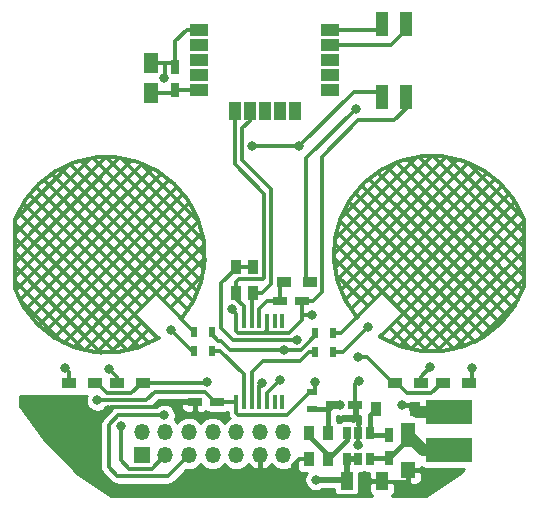
<source format=gtl>
G04 #@! TF.GenerationSoftware,KiCad,Pcbnew,5.0.1-33cea8e~68~ubuntu16.04.1*
G04 #@! TF.CreationDate,2018-11-21T16:27:54+02:00*
G04 #@! TF.ProjectId,livolo_2_channels_1way_eu_switch,6C69766F6C6F5F325F6368616E6E656C,rev?*
G04 #@! TF.SameCoordinates,Original*
G04 #@! TF.FileFunction,Copper,L1,Top,Signal*
G04 #@! TF.FilePolarity,Positive*
%FSLAX46Y46*%
G04 Gerber Fmt 4.6, Leading zero omitted, Abs format (unit mm)*
G04 Created by KiCad (PCBNEW 5.0.1-33cea8e~68~ubuntu16.04.1) date Wed 21 Nov 2018 16:27:54 EET*
%MOMM*%
%LPD*%
G01*
G04 APERTURE LIST*
G04 #@! TA.AperFunction,EtchedComponent*
%ADD10C,0.300000*%
G04 #@! TD*
G04 #@! TA.AperFunction,SMDPad,CuDef*
%ADD11R,0.500000X0.900000*%
G04 #@! TD*
G04 #@! TA.AperFunction,SMDPad,CuDef*
%ADD12R,1.000000X2.000000*%
G04 #@! TD*
G04 #@! TA.AperFunction,SMDPad,CuDef*
%ADD13R,4.000000X2.000000*%
G04 #@! TD*
G04 #@! TA.AperFunction,SMDPad,CuDef*
%ADD14R,1.200000X2.000000*%
G04 #@! TD*
G04 #@! TA.AperFunction,SMDPad,CuDef*
%ADD15R,1.200000X1.400000*%
G04 #@! TD*
G04 #@! TA.AperFunction,SMDPad,CuDef*
%ADD16R,0.900000X1.200000*%
G04 #@! TD*
G04 #@! TA.AperFunction,SMDPad,CuDef*
%ADD17R,0.650000X1.060000*%
G04 #@! TD*
G04 #@! TA.AperFunction,SMDPad,CuDef*
%ADD18R,1.200000X0.750000*%
G04 #@! TD*
G04 #@! TA.AperFunction,SMDPad,CuDef*
%ADD19R,0.750000X1.200000*%
G04 #@! TD*
G04 #@! TA.AperFunction,SMDPad,CuDef*
%ADD20R,1.200000X0.900000*%
G04 #@! TD*
G04 #@! TA.AperFunction,SMDPad,CuDef*
%ADD21R,0.900000X0.500000*%
G04 #@! TD*
G04 #@! TA.AperFunction,ComponentPad*
%ADD22O,1.350000X1.350000*%
G04 #@! TD*
G04 #@! TA.AperFunction,ComponentPad*
%ADD23R,1.350000X1.350000*%
G04 #@! TD*
G04 #@! TA.AperFunction,SMDPad,CuDef*
%ADD24R,1.260000X1.750000*%
G04 #@! TD*
G04 #@! TA.AperFunction,SMDPad,CuDef*
%ADD25R,1.000000X1.600000*%
G04 #@! TD*
G04 #@! TA.AperFunction,SMDPad,CuDef*
%ADD26R,0.400000X1.200000*%
G04 #@! TD*
G04 #@! TA.AperFunction,Conductor*
%ADD27C,0.500000*%
G04 #@! TD*
G04 #@! TA.AperFunction,ComponentPad*
%ADD28C,0.600000*%
G04 #@! TD*
G04 #@! TA.AperFunction,SMDPad,CuDef*
%ADD29R,1.500000X1.000000*%
G04 #@! TD*
G04 #@! TA.AperFunction,SMDPad,CuDef*
%ADD30R,1.000000X1.500000*%
G04 #@! TD*
G04 #@! TA.AperFunction,ViaPad*
%ADD31C,0.800000*%
G04 #@! TD*
G04 #@! TA.AperFunction,Conductor*
%ADD32C,0.300000*%
G04 #@! TD*
G04 #@! TA.AperFunction,Conductor*
%ADD33C,1.000000*%
G04 #@! TD*
G04 #@! TA.AperFunction,Conductor*
%ADD34C,0.450000*%
G04 #@! TD*
G04 #@! TA.AperFunction,Conductor*
%ADD35C,0.500000*%
G04 #@! TD*
G04 #@! TA.AperFunction,Conductor*
%ADD36C,0.254000*%
G04 #@! TD*
G04 APERTURE END LIST*
D10*
G04 #@! TO.C,U1*
X120889541Y-95391903D02*
G75*
G03X132999999Y-99649999I7785459J2791903D01*
G01*
X134992909Y-98012685D02*
G75*
G03X120925000Y-89575000I-6317909J5412685D01*
G01*
X120900000Y-89624946D02*
X120900000Y-95425000D01*
X135538257Y-97261758D02*
X124025721Y-85749222D01*
X125605965Y-84905888D02*
X120892966Y-89618887D01*
X136739542Y-90739531D02*
X126838572Y-100640501D01*
X131616559Y-84856670D02*
X136442473Y-89682584D01*
X132246678Y-96395119D02*
X122725478Y-86873919D01*
X133039443Y-99610914D02*
X121664197Y-88235668D01*
X125920933Y-100346130D02*
X136458534Y-89808529D01*
X136873884Y-91326195D02*
X129973672Y-84425983D01*
X121430323Y-96485994D02*
X124884838Y-99940509D01*
X134093456Y-97022197D02*
X136757837Y-94357816D01*
X136362306Y-95662707D02*
X125612119Y-84912520D01*
X122934367Y-98484666D02*
X134597050Y-86821983D01*
X133966056Y-86240957D02*
X122353385Y-97853628D01*
X130767479Y-84592474D02*
X120892474Y-94467479D01*
X122156953Y-87517334D02*
X131638715Y-96999096D01*
X136102544Y-88952499D02*
X125039834Y-100015209D01*
X124781631Y-85293082D02*
X135994360Y-96505811D01*
X120898895Y-93248958D02*
X129748964Y-84398889D01*
X131660268Y-98243585D02*
X129064128Y-100839725D01*
X120908553Y-91116094D02*
X130446253Y-100653794D01*
X128654907Y-84319318D02*
X136955296Y-92619707D01*
X129402779Y-100822310D02*
X120890230Y-92309761D01*
X126790720Y-100634321D02*
X120915566Y-94759167D01*
X120908963Y-93540574D02*
X128221843Y-100853454D01*
X132516979Y-85266974D02*
X121366974Y-96416979D01*
X126518178Y-84606639D02*
X136680815Y-94769276D01*
X136886801Y-93763212D02*
X127511723Y-84388134D01*
X123344181Y-86280652D02*
X135019466Y-97955937D01*
X121220690Y-89004121D02*
X132245878Y-100029309D01*
X131402299Y-100397770D02*
X120927137Y-89922608D01*
X127882698Y-100808445D02*
X136920686Y-91770457D01*
X121822505Y-97172548D02*
X133272526Y-85722527D01*
X128617929Y-84317924D02*
X120892722Y-92043131D01*
X135178001Y-87453002D02*
X123565154Y-99065849D01*
X124271291Y-99571732D02*
X135671547Y-88171476D01*
X121011018Y-95561035D02*
X131648526Y-84923527D01*
X120899332Y-90824421D02*
X127286887Y-84436866D01*
X130460061Y-100664290D02*
X132257809Y-98866542D01*
X136939651Y-92964202D02*
X133487744Y-96416109D01*
G04 #@! TO.C,U6*
X164010459Y-95291903D02*
G75*
G02X151900001Y-99549999I-7785459J2791903D01*
G01*
X149907091Y-97912685D02*
G75*
G02X163975000Y-89475000I6317909J5412685D01*
G01*
X164000000Y-89524946D02*
X164000000Y-95325000D01*
X149361743Y-97161758D02*
X160874279Y-85649222D01*
X159294035Y-84805888D02*
X164007034Y-89518887D01*
X148160458Y-90639531D02*
X158061428Y-100540501D01*
X153283441Y-84756670D02*
X148457527Y-89582584D01*
X152653322Y-96295119D02*
X162174522Y-86773919D01*
X151860557Y-99510914D02*
X163235803Y-88135668D01*
X158979067Y-100246130D02*
X148441466Y-89708529D01*
X148026116Y-91226195D02*
X154926328Y-84325983D01*
X163469677Y-96385994D02*
X160015162Y-99840509D01*
X150806544Y-96922197D02*
X148142163Y-94257816D01*
X148537694Y-95562707D02*
X159287881Y-84812520D01*
X161965633Y-98384666D02*
X150302950Y-86721983D01*
X150933944Y-86140957D02*
X162546615Y-97753628D01*
X154132521Y-84492474D02*
X164007526Y-94367479D01*
X162743047Y-87417334D02*
X153261285Y-96899096D01*
X148797456Y-88852499D02*
X159860166Y-99915209D01*
X160118369Y-85193082D02*
X148905640Y-96405811D01*
X164001105Y-93148958D02*
X155151036Y-84298889D01*
X153239732Y-98143585D02*
X155835872Y-100739725D01*
X163991447Y-91016094D02*
X154453747Y-100553794D01*
X156245093Y-84219318D02*
X147944704Y-92519707D01*
X155497221Y-100722310D02*
X164009770Y-92209761D01*
X158109280Y-100534321D02*
X163984434Y-94659167D01*
X163991037Y-93440574D02*
X156678157Y-100753454D01*
X152383021Y-85166974D02*
X163533026Y-96316979D01*
X158381822Y-84506639D02*
X148219185Y-94669276D01*
X148013199Y-93663212D02*
X157388277Y-84288134D01*
X161555819Y-86180652D02*
X149880534Y-97855937D01*
X163679310Y-88904121D02*
X152654122Y-99929309D01*
X153497701Y-100297770D02*
X163972863Y-89822608D01*
X157017302Y-100708445D02*
X147979314Y-91670457D01*
X163077495Y-97072548D02*
X151627474Y-85622527D01*
X156282071Y-84217924D02*
X164007278Y-91943131D01*
X149721999Y-87353002D02*
X161334846Y-98965849D01*
X160628709Y-99471732D02*
X149228453Y-88071476D01*
X163888982Y-95461035D02*
X153251474Y-84823527D01*
X164000668Y-90724421D02*
X157613113Y-84336866D01*
X154439939Y-100564290D02*
X152642191Y-98766542D01*
X147960349Y-92864202D02*
X151412256Y-96316109D01*
G04 #@! TD*
D11*
G04 #@! TO.P,R4,1*
G04 #@! TO.N,Net-(R4-Pad1)*
X146350000Y-100800000D03*
G04 #@! TO.P,R4,2*
G04 #@! TO.N,Net-(R4-Pad2)*
X147850000Y-100800000D03*
G04 #@! TD*
G04 #@! TO.P,R9,1*
G04 #@! TO.N,Net-(R3-Pad2)*
X146350000Y-99200000D03*
G04 #@! TO.P,R9,2*
G04 #@! TO.N,Net-(R9-Pad2)*
X147850000Y-99200000D03*
G04 #@! TD*
G04 #@! TO.P,R10,1*
G04 #@! TO.N,Net-(R10-Pad1)*
X136100000Y-100700000D03*
G04 #@! TO.P,R10,2*
G04 #@! TO.N,Net-(R10-Pad2)*
X137600000Y-100700000D03*
G04 #@! TD*
G04 #@! TO.P,R3,1*
G04 #@! TO.N,Net-(R3-Pad1)*
X136100000Y-99100000D03*
G04 #@! TO.P,R3,2*
G04 #@! TO.N,Net-(R3-Pad2)*
X137600000Y-99100000D03*
G04 #@! TD*
D12*
G04 #@! TO.P,J1,4*
G04 #@! TO.N,+3V3*
X152000000Y-79250000D03*
G04 #@! TO.P,J1,3*
G04 #@! TO.N,/SWCLK*
X152000000Y-73000000D03*
G04 #@! TO.P,J1,2*
G04 #@! TO.N,GND*
X154000000Y-79250000D03*
G04 #@! TO.P,J1,1*
G04 #@! TO.N,/SWDIO*
X154000000Y-73000000D03*
G04 #@! TD*
D13*
G04 #@! TO.P,L2,1*
G04 #@! TO.N,Net-(C7-Pad1)*
X157700000Y-105850000D03*
G04 #@! TO.P,L2,2*
G04 #@! TO.N,Net-(C9-Pad2)*
X157700000Y-109100000D03*
G04 #@! TD*
D14*
G04 #@! TO.P,D2,1*
G04 #@! TO.N,Net-(C9-Pad2)*
X154200000Y-107800000D03*
D15*
G04 #@! TO.P,D2,2*
G04 #@! TO.N,GND*
X154200000Y-110800000D03*
G04 #@! TD*
D16*
G04 #@! TO.P,R2,2*
G04 #@! TO.N,Net-(R1-Pad1)*
X145800000Y-107700000D03*
G04 #@! TO.P,R2,1*
G04 #@! TO.N,GND*
X145800000Y-109900000D03*
G04 #@! TD*
D17*
G04 #@! TO.P,U2,5*
G04 #@! TO.N,/12Vcc*
X150000000Y-109900000D03*
G04 #@! TO.P,U2,6*
G04 #@! TO.N,Net-(C9-Pad2)*
X150950000Y-109900000D03*
G04 #@! TO.P,U2,4*
G04 #@! TO.N,/12Vcc*
X149050000Y-109900000D03*
G04 #@! TO.P,U2,3*
G04 #@! TO.N,Net-(R1-Pad1)*
X149050000Y-107700000D03*
G04 #@! TO.P,U2,2*
G04 #@! TO.N,GND*
X150000000Y-107700000D03*
G04 #@! TO.P,U2,1*
G04 #@! TO.N,Net-(C9-Pad1)*
X150950000Y-107700000D03*
G04 #@! TD*
D18*
G04 #@! TO.P,C7,1*
G04 #@! TO.N,Net-(C7-Pad1)*
X147850000Y-105300000D03*
G04 #@! TO.P,C7,2*
G04 #@! TO.N,GND*
X149750000Y-105300000D03*
G04 #@! TD*
D19*
G04 #@! TO.P,C9,2*
G04 #@! TO.N,Net-(C9-Pad2)*
X152600000Y-109750000D03*
G04 #@! TO.P,C9,1*
G04 #@! TO.N,Net-(C9-Pad1)*
X152600000Y-107850000D03*
G04 #@! TD*
D16*
G04 #@! TO.P,D1,2*
G04 #@! TO.N,Net-(C7-Pad1)*
X154750000Y-105600000D03*
G04 #@! TO.P,D1,1*
G04 #@! TO.N,Net-(C9-Pad1)*
X151450000Y-105600000D03*
G04 #@! TD*
G04 #@! TO.P,R1,1*
G04 #@! TO.N,Net-(R1-Pad1)*
X147400000Y-109900000D03*
G04 #@! TO.P,R1,2*
G04 #@! TO.N,Net-(C7-Pad1)*
X147400000Y-107700000D03*
G04 #@! TD*
D20*
G04 #@! TO.P,R5,1*
G04 #@! TO.N,Net-(D6-Pad2)*
X155300000Y-103400000D03*
G04 #@! TO.P,R5,2*
G04 #@! TO.N,/S1_LEDs*
X153100000Y-103400000D03*
G04 #@! TD*
G04 #@! TO.P,R6,2*
G04 #@! TO.N,/S1_LEDs*
X157200000Y-103400000D03*
G04 #@! TO.P,R6,1*
G04 #@! TO.N,Net-(D5-Pad1)*
X159400000Y-103400000D03*
G04 #@! TD*
G04 #@! TO.P,R7,1*
G04 #@! TO.N,Net-(D3-Pad2)*
X129600000Y-103400000D03*
G04 #@! TO.P,R7,2*
G04 #@! TO.N,/S2_LEDs*
X131800000Y-103400000D03*
G04 #@! TD*
G04 #@! TO.P,R8,2*
G04 #@! TO.N,/S2_LEDs*
X127700000Y-103400000D03*
G04 #@! TO.P,R8,1*
G04 #@! TO.N,Net-(D4-Pad1)*
X125500000Y-103400000D03*
G04 #@! TD*
D21*
G04 #@! TO.P,L1,2*
G04 #@! TO.N,+3V3*
X146100000Y-104150000D03*
G04 #@! TO.P,L1,1*
G04 #@! TO.N,Net-(C7-Pad1)*
X146100000Y-105650000D03*
G04 #@! TD*
D22*
G04 #@! TO.P,P4,14*
G04 #@! TO.N,N/C*
X143650000Y-107550000D03*
G04 #@! TO.P,P4,13*
G04 #@! TO.N,Net-(J2-Pad1)*
X143650000Y-109550000D03*
G04 #@! TO.P,P4,12*
G04 #@! TO.N,N/C*
X141650000Y-107550000D03*
G04 #@! TO.P,P4,11*
G04 #@! TO.N,GND*
X141650000Y-109550000D03*
G04 #@! TO.P,P4,10*
G04 #@! TO.N,N/C*
X139650000Y-107550000D03*
G04 #@! TO.P,P4,9*
X139650000Y-109550000D03*
G04 #@! TO.P,P4,8*
X137650000Y-107550000D03*
G04 #@! TO.P,P4,7*
X137650000Y-109550000D03*
G04 #@! TO.P,P4,6*
G04 #@! TO.N,/Relay1_Reset*
X135650000Y-107550000D03*
G04 #@! TO.P,P4,5*
G04 #@! TO.N,/Relay2_Set*
X135650000Y-109550000D03*
G04 #@! TO.P,P4,4*
G04 #@! TO.N,/Relay1_Set*
X133650000Y-107550000D03*
G04 #@! TO.P,P4,3*
G04 #@! TO.N,/Relay2_Reset*
X133650000Y-109550000D03*
G04 #@! TO.P,P4,2*
G04 #@! TO.N,/12Vcc*
X131650000Y-107550000D03*
D23*
G04 #@! TO.P,P4,1*
G04 #@! TO.N,N/C*
X131650000Y-109550000D03*
G04 #@! TD*
D24*
G04 #@! TO.P,C1,2*
G04 #@! TO.N,GND*
X132400000Y-76325000D03*
G04 #@! TO.P,C1,1*
G04 #@! TO.N,+3V3*
X132400000Y-78875000D03*
G04 #@! TD*
D19*
G04 #@! TO.P,C2,2*
G04 #@! TO.N,+3V3*
X134500000Y-78600000D03*
G04 #@! TO.P,C2,1*
G04 #@! TO.N,GND*
X134500000Y-76700000D03*
G04 #@! TD*
D25*
G04 #@! TO.P,C10,2*
G04 #@! TO.N,GND*
X152000000Y-111700000D03*
G04 #@! TO.P,C10,1*
G04 #@! TO.N,/12Vcc*
X149000000Y-111700000D03*
G04 #@! TD*
D18*
G04 #@! TO.P,C3,2*
G04 #@! TO.N,GND*
X136150000Y-105000000D03*
G04 #@! TO.P,C3,1*
G04 #@! TO.N,+3V3*
X138050000Y-105000000D03*
G04 #@! TD*
G04 #@! TO.P,C4,1*
G04 #@! TO.N,GND*
X145250000Y-96500000D03*
G04 #@! TO.P,C4,2*
G04 #@! TO.N,Net-(C4-Pad2)*
X143350000Y-96500000D03*
G04 #@! TD*
D16*
G04 #@! TO.P,R12,1*
G04 #@! TO.N,+3V3*
X139600000Y-93600000D03*
G04 #@! TO.P,R12,2*
G04 #@! TO.N,/TS1*
X139600000Y-95800000D03*
G04 #@! TD*
D20*
G04 #@! TO.P,R13,1*
G04 #@! TO.N,/MTSA*
X145900000Y-94900000D03*
G04 #@! TO.P,R13,2*
G04 #@! TO.N,Net-(C4-Pad2)*
X143700000Y-94900000D03*
G04 #@! TD*
D16*
G04 #@! TO.P,R14,2*
G04 #@! TO.N,/TS2*
X141100000Y-95800000D03*
G04 #@! TO.P,R14,1*
G04 #@! TO.N,+3V3*
X141100000Y-93600000D03*
G04 #@! TD*
D26*
G04 #@! TO.P,U7,14*
G04 #@! TO.N,GND*
X139650000Y-98150000D03*
G04 #@! TO.P,U7,13*
G04 #@! TO.N,/TS1*
X140300000Y-98150000D03*
G04 #@! TO.P,U7,12*
G04 #@! TO.N,/TS2*
X140950000Y-98150000D03*
G04 #@! TO.P,U7,11*
G04 #@! TO.N,Net-(C4-Pad2)*
X141600000Y-98150000D03*
G04 #@! TO.P,U7,10*
G04 #@! TO.N,GND*
X142250000Y-98150000D03*
G04 #@! TO.P,U7,9*
G04 #@! TO.N,N/C*
X142900000Y-98150000D03*
G04 #@! TO.P,U7,8*
X143550000Y-98150000D03*
G04 #@! TO.P,U7,7*
X143550000Y-105050000D03*
G04 #@! TO.P,U7,6*
X142900000Y-105050000D03*
G04 #@! TO.P,U7,5*
G04 #@! TO.N,Net-(R3-Pad2)*
X142250000Y-105050000D03*
G04 #@! TO.P,U7,4*
G04 #@! TO.N,/MTPM*
X141600000Y-105050000D03*
G04 #@! TO.P,U7,3*
G04 #@! TO.N,Net-(R4-Pad1)*
X140950000Y-105050000D03*
G04 #@! TO.P,U7,2*
G04 #@! TO.N,Net-(R10-Pad2)*
X140300000Y-105050000D03*
G04 #@! TO.P,U7,1*
G04 #@! TO.N,+3V3*
X139650000Y-105050000D03*
G04 #@! TD*
D27*
G04 #@! TO.N,Net-(R3-Pad1)*
G04 #@! TO.C,U1*
X132950000Y-99575000D03*
X135000000Y-97900000D03*
G04 #@! TD*
G04 #@! TO.N,Net-(R9-Pad2)*
G04 #@! TO.C,U6*
X151950000Y-99475000D03*
X149900000Y-97800000D03*
G04 #@! TD*
D28*
G04 #@! TO.P,U3,11*
G04 #@! TO.N,/MTPM*
X147550000Y-78580000D03*
G04 #@! TO.P,U3,12*
G04 #@! TO.N,/S1_LEDs*
X147550000Y-77310000D03*
G04 #@! TO.P,U3,13*
G04 #@! TO.N,/MTSA*
X147550000Y-76040000D03*
G04 #@! TO.P,U3,14*
G04 #@! TO.N,/SWDIO*
X147550000Y-74770000D03*
D29*
G04 #@! TO.P,U3,11*
G04 #@! TO.N,/MTPM*
X147600000Y-78580000D03*
G04 #@! TO.P,U3,12*
G04 #@! TO.N,/S1_LEDs*
X147600000Y-77310000D03*
G04 #@! TO.P,U3,13*
G04 #@! TO.N,/MTSA*
X147600000Y-76040000D03*
G04 #@! TO.P,U3,14*
G04 #@! TO.N,/SWDIO*
X147600000Y-74770000D03*
G04 #@! TO.P,U3,15*
G04 #@! TO.N,/SWCLK*
X147600000Y-73500000D03*
D28*
X147550000Y-73500000D03*
G04 #@! TO.P,U3,6*
G04 #@! TO.N,/TS1*
X139520000Y-80450000D03*
G04 #@! TO.P,U3,7*
G04 #@! TO.N,/TS2*
X140790000Y-80450000D03*
G04 #@! TO.P,U3,8*
G04 #@! TO.N,/S2_LEDs*
X142060000Y-80450000D03*
G04 #@! TO.P,U3,9*
G04 #@! TO.N,/Relay1_Set*
X143330000Y-80450000D03*
G04 #@! TO.P,U3,10*
G04 #@! TO.N,/Relay1_Reset*
X144600000Y-80450000D03*
D30*
G04 #@! TO.P,U3,6*
G04 #@! TO.N,/TS1*
X139520000Y-80400000D03*
G04 #@! TO.P,U3,7*
G04 #@! TO.N,/TS2*
X140790000Y-80400000D03*
G04 #@! TO.P,U3,8*
G04 #@! TO.N,/S2_LEDs*
X142060000Y-80400000D03*
G04 #@! TO.P,U3,9*
G04 #@! TO.N,/Relay1_Set*
X143330000Y-80400000D03*
G04 #@! TO.P,U3,10*
G04 #@! TO.N,/Relay1_Reset*
X144600000Y-80400000D03*
D28*
G04 #@! TO.P,U3,5*
G04 #@! TO.N,+3V3*
X136450000Y-78580000D03*
G04 #@! TO.P,U3,4*
G04 #@! TO.N,/Relay2_Set*
X136450000Y-77310000D03*
G04 #@! TO.P,U3,3*
G04 #@! TO.N,/Relay2_Reset*
X136450000Y-76040000D03*
G04 #@! TO.P,U3,2*
G04 #@! TO.N,Net-(U3-Pad2)*
X136450000Y-74770000D03*
D29*
G04 #@! TO.P,U3,1*
G04 #@! TO.N,GND*
X136500000Y-73500000D03*
G04 #@! TO.P,U3,2*
G04 #@! TO.N,Net-(U3-Pad2)*
X136500000Y-74770000D03*
G04 #@! TO.P,U3,3*
G04 #@! TO.N,/Relay2_Reset*
X136500000Y-76040000D03*
G04 #@! TO.P,U3,4*
G04 #@! TO.N,/Relay2_Set*
X136500000Y-77310000D03*
G04 #@! TO.P,U3,5*
G04 #@! TO.N,+3V3*
X136500000Y-78580000D03*
D28*
G04 #@! TO.P,U3,1*
G04 #@! TO.N,GND*
X136450000Y-73500000D03*
G04 #@! TD*
D31*
G04 #@! TO.N,+3V3*
X127899996Y-104900000D03*
X146300000Y-103300000D03*
X145000000Y-83400004D03*
X141000000Y-83400000D03*
X144804123Y-99745239D03*
G04 #@! TO.N,GND*
X146100000Y-97700000D03*
X139300000Y-97200000D03*
X150035090Y-103249990D03*
X128800000Y-105750032D03*
X150800000Y-111800000D03*
X150000000Y-108669998D03*
X133577499Y-77563829D03*
G04 #@! TO.N,Net-(C7-Pad1)*
X153700000Y-105300000D03*
X148449998Y-105300000D03*
G04 #@! TO.N,/12Vcc*
X146400000Y-111599998D03*
G04 #@! TO.N,Net-(D3-Pad2)*
X128900000Y-102200000D03*
G04 #@! TO.N,Net-(D4-Pad1)*
X125194336Y-102172950D03*
G04 #@! TO.N,Net-(D5-Pad1)*
X159591515Y-102115141D03*
G04 #@! TO.N,Net-(D6-Pad2)*
X156099946Y-102100000D03*
G04 #@! TO.N,/S2_LEDs*
X137207897Y-103342742D03*
G04 #@! TO.N,/S1_LEDs*
X150000000Y-101200000D03*
G04 #@! TO.N,/Relay2_Reset*
X129905440Y-107104681D03*
G04 #@! TO.N,/Relay2_Set*
X133551048Y-106151048D03*
G04 #@! TO.N,Net-(R3-Pad2)*
X143347890Y-103154207D03*
X143660372Y-100650010D03*
G04 #@! TO.N,Net-(R4-Pad2)*
X150800000Y-98700000D03*
G04 #@! TO.N,Net-(R10-Pad1)*
X134100005Y-98899995D03*
G04 #@! TO.N,/MTSA*
X149800000Y-80200000D03*
G04 #@! TO.N,/MTPM*
X141850802Y-103448768D03*
G04 #@! TD*
D32*
G04 #@! TO.N,+3V3*
X141100000Y-93600000D02*
X141100000Y-93450000D01*
X141100000Y-93600000D02*
X139600000Y-93600000D01*
X128465689Y-104900008D02*
X128465681Y-104900000D01*
X136999999Y-104174999D02*
X132776458Y-104174999D01*
X132776458Y-104174999D02*
X132051449Y-104900008D01*
X128465681Y-104900000D02*
X127899996Y-104900000D01*
X137825000Y-105000000D02*
X136999999Y-104174999D01*
X138050000Y-105000000D02*
X137825000Y-105000000D01*
X132051449Y-104900008D02*
X128465689Y-104900008D01*
X146300000Y-103300000D02*
X146300000Y-103950000D01*
X146300000Y-103950000D02*
X146100000Y-104150000D01*
X139800000Y-106100000D02*
X143950000Y-106100000D01*
X143950000Y-106100000D02*
X145900000Y-104150000D01*
X145900000Y-104150000D02*
X146100000Y-104150000D01*
X139650000Y-105050000D02*
X139650000Y-105950000D01*
X139650000Y-105950000D02*
X139800000Y-106100000D01*
X139650000Y-105050000D02*
X138100000Y-105050000D01*
X138100000Y-105050000D02*
X138050000Y-105000000D01*
X134225000Y-78875000D02*
X134500000Y-78600000D01*
X132400000Y-78875000D02*
X134225000Y-78875000D01*
X134500000Y-78600000D02*
X136480000Y-78600000D01*
X149600004Y-78800000D02*
X145000000Y-83400004D01*
X152000000Y-79250000D02*
X152000000Y-78750000D01*
X152000000Y-78750000D02*
X151950000Y-78800000D01*
X151950000Y-78800000D02*
X149600004Y-78800000D01*
X145000000Y-83400004D02*
X141000004Y-83400004D01*
X141000004Y-83400004D02*
X141000000Y-83400000D01*
X139400000Y-99800000D02*
X144749362Y-99800000D01*
X138400000Y-98800000D02*
X139400000Y-99800000D01*
X139600000Y-93750000D02*
X138400000Y-94950000D01*
X139600000Y-93600000D02*
X139600000Y-93750000D01*
X138400000Y-94950000D02*
X138400000Y-98800000D01*
X144749362Y-99800000D02*
X144804123Y-99745239D01*
G04 #@! TO.N,GND*
X145250000Y-96500000D02*
X145250000Y-97700000D01*
X145250000Y-97700000D02*
X145250000Y-97900000D01*
X146100000Y-97700000D02*
X145250000Y-97700000D01*
X145250000Y-96500000D02*
X145250000Y-97175000D01*
X139650000Y-98150000D02*
X139650000Y-97550000D01*
X139650000Y-97550000D02*
X139300000Y-97200000D01*
X145250000Y-97900000D02*
X145250000Y-97750000D01*
X149750000Y-105300000D02*
X149750000Y-103535080D01*
X149750000Y-103535080D02*
X150035090Y-103249990D01*
X132579422Y-105500023D02*
X129050009Y-105500023D01*
X136150000Y-105000000D02*
X133079445Y-105000000D01*
X129050009Y-105500023D02*
X128800000Y-105750032D01*
X133079445Y-105000000D02*
X132579422Y-105500023D01*
X144101448Y-99200000D02*
X142000000Y-99200000D01*
X145250000Y-97900000D02*
X145250000Y-98051448D01*
X145250000Y-98051448D02*
X144101448Y-99200000D01*
X142250000Y-98150000D02*
X142250000Y-98950000D01*
X142250000Y-98950000D02*
X142000000Y-99200000D01*
X150800000Y-111800000D02*
X154200000Y-111800000D01*
X154200000Y-111800000D02*
X154200000Y-110800000D01*
X150165685Y-113000000D02*
X146200000Y-113000000D01*
X150800000Y-112365685D02*
X150165685Y-113000000D01*
X146200000Y-113000000D02*
X144500000Y-111300000D01*
X150800000Y-111800000D02*
X150800000Y-112365685D01*
X144500000Y-111300000D02*
X144500000Y-110675001D01*
X144500000Y-111200000D02*
X144500000Y-110675001D01*
X144500000Y-110675001D02*
X144500000Y-110400000D01*
X144500000Y-110400000D02*
X145000000Y-109900000D01*
X145000000Y-109900000D02*
X145800000Y-109900000D01*
X150000000Y-107700000D02*
X150000000Y-108669998D01*
X134125000Y-76325000D02*
X134500000Y-76700000D01*
X134500000Y-74450000D02*
X134500000Y-76700000D01*
X135450000Y-73500000D02*
X134500000Y-74450000D01*
X136500000Y-73500000D02*
X135450000Y-73500000D01*
X154000000Y-80200000D02*
X154000000Y-79250000D01*
X150000000Y-81200000D02*
X153000000Y-81200000D01*
X153000000Y-81200000D02*
X154000000Y-80200000D01*
X145250000Y-96500000D02*
X146150000Y-96500000D01*
X146950001Y-84249999D02*
X150000000Y-81200000D01*
X146150000Y-96500000D02*
X146950001Y-95699999D01*
X146950001Y-95699999D02*
X146950001Y-84249999D01*
X132400000Y-76570000D02*
X132400000Y-76325000D01*
X133600000Y-77541328D02*
X133577499Y-77563829D01*
X133600000Y-76325000D02*
X133600000Y-77541328D01*
X132400000Y-76325000D02*
X133600000Y-76325000D01*
X133600000Y-76325000D02*
X134125000Y-76325000D01*
X139650000Y-98150000D02*
X139650000Y-99050000D01*
X139650000Y-99050000D02*
X139800000Y-99200000D01*
X139800000Y-99200000D02*
X142000000Y-99200000D01*
D33*
G04 #@! TO.N,Net-(C7-Pad1)*
X157700000Y-105850000D02*
X155000000Y-105850000D01*
X155000000Y-105850000D02*
X154750000Y-105600000D01*
D34*
X147400000Y-107700000D02*
X147400000Y-105800000D01*
X147250000Y-105650000D02*
X146100000Y-105650000D01*
X147400000Y-105800000D02*
X147250000Y-105650000D01*
X147850000Y-105300000D02*
X147550000Y-105600000D01*
X147550000Y-105600000D02*
X146150000Y-105600000D01*
X146150000Y-105600000D02*
X146100000Y-105650000D01*
X153700000Y-105300000D02*
X154450000Y-105300000D01*
X154450000Y-105300000D02*
X154750000Y-105600000D01*
X147850000Y-105300000D02*
X148449998Y-105300000D01*
X147850000Y-105300000D02*
X148075000Y-105300000D01*
D33*
G04 #@! TO.N,Net-(C9-Pad2)*
X157700000Y-109100000D02*
X155500000Y-109100000D01*
X155500000Y-109100000D02*
X154200000Y-107800000D01*
D34*
X152600000Y-109750000D02*
X154200000Y-108150000D01*
X152600000Y-109750000D02*
X151100000Y-109750000D01*
X151100000Y-109750000D02*
X150950000Y-109900000D01*
G04 #@! TO.N,Net-(C9-Pad1)*
X152600000Y-107850000D02*
X151100000Y-107850000D01*
X151100000Y-107850000D02*
X150950000Y-107700000D01*
X150950000Y-107700000D02*
X150950000Y-106100000D01*
X150950000Y-106100000D02*
X151450000Y-105600000D01*
D35*
G04 #@! TO.N,/12Vcc*
X146400002Y-111600000D02*
X146400000Y-111599998D01*
X149000000Y-111600000D02*
X146400002Y-111600000D01*
X131650000Y-107550000D02*
X131600000Y-107500000D01*
X149000000Y-111600000D02*
X149000000Y-109950000D01*
X149000000Y-109950000D02*
X149050000Y-109900000D01*
X150000000Y-109900000D02*
X149050000Y-109900000D01*
D32*
G04 #@! TO.N,Net-(D3-Pad2)*
X129600000Y-103400000D02*
X129600000Y-102900000D01*
X129600000Y-102900000D02*
X128900000Y-102200000D01*
G04 #@! TO.N,Net-(D4-Pad1)*
X125500000Y-103400000D02*
X125500000Y-102478614D01*
X125500000Y-102478614D02*
X125194336Y-102172950D01*
G04 #@! TO.N,Net-(D5-Pad1)*
X159400000Y-103400000D02*
X159600000Y-103200000D01*
X159600000Y-103200000D02*
X159600000Y-102123626D01*
X159600000Y-102123626D02*
X159591515Y-102115141D01*
G04 #@! TO.N,Net-(D6-Pad2)*
X155300000Y-103400000D02*
X155300000Y-102900000D01*
X155300000Y-102900000D02*
X156099946Y-102100054D01*
X156099946Y-102100054D02*
X156099946Y-102100000D01*
G04 #@! TO.N,/TS2*
X140950000Y-98150000D02*
X140950000Y-95950000D01*
X140950000Y-95950000D02*
X141100000Y-95800000D01*
X140790000Y-81210000D02*
X140790000Y-80400000D01*
X140149998Y-81850002D02*
X140790000Y-81210000D01*
X140149998Y-84549998D02*
X140149998Y-81850002D01*
X141100000Y-95800000D02*
X141850000Y-95800000D01*
X142600012Y-95049988D02*
X142600012Y-87000012D01*
X141850000Y-95800000D02*
X142600012Y-95049988D01*
X142600012Y-87000012D02*
X140149998Y-84549998D01*
G04 #@! TO.N,/S2_LEDs*
X137150639Y-103400000D02*
X137207897Y-103342742D01*
X131800000Y-103400000D02*
X137150639Y-103400000D01*
X127850000Y-103400000D02*
X128750001Y-104300001D01*
X130749999Y-104300001D02*
X131650000Y-103400000D01*
X131650000Y-103400000D02*
X131800000Y-103400000D01*
X128750001Y-104300001D02*
X130749999Y-104300001D01*
X127700000Y-103400000D02*
X127850000Y-103400000D01*
G04 #@! TO.N,/TS1*
X139558004Y-96200000D02*
X139500000Y-96200000D01*
X140300000Y-96941996D02*
X139558004Y-96200000D01*
X140300000Y-98150000D02*
X140300000Y-96941996D01*
X139600000Y-94900000D02*
X139600000Y-95800000D01*
X141910001Y-94650001D02*
X139849999Y-94650001D01*
X139520000Y-80450000D02*
X139520000Y-84920000D01*
X139520000Y-84920000D02*
X142000001Y-87400001D01*
X142000001Y-87400001D02*
X142000001Y-94560001D01*
X142000001Y-94560001D02*
X141910001Y-94650001D01*
X139849999Y-94650001D02*
X139600000Y-94900000D01*
G04 #@! TO.N,/S1_LEDs*
X157200000Y-103400000D02*
X157050000Y-103400000D01*
X157050000Y-103400000D02*
X156149999Y-104300001D01*
X156149999Y-104300001D02*
X154150001Y-104300001D01*
X154150001Y-104300001D02*
X153250000Y-103400000D01*
X153250000Y-103400000D02*
X153100000Y-103400000D01*
X153100000Y-103400000D02*
X152950000Y-103400000D01*
X152950000Y-103400000D02*
X150750000Y-101200000D01*
X150750000Y-101200000D02*
X150000000Y-101200000D01*
D34*
G04 #@! TO.N,Net-(R1-Pad1)*
X147400000Y-109900000D02*
X147400000Y-109504998D01*
X147400000Y-109504998D02*
X145800000Y-107904998D01*
X145800000Y-107904998D02*
X145800000Y-107700000D01*
X149050000Y-107700000D02*
X149050000Y-108250000D01*
X149050000Y-108250000D02*
X147400000Y-109900000D01*
D32*
X149050000Y-107905000D02*
X149050000Y-107700000D01*
G04 #@! TO.N,/Relay2_Reset*
X133650000Y-109550000D02*
X132524999Y-110675001D01*
X132524999Y-110675001D02*
X130614999Y-110675001D01*
X130614999Y-110675001D02*
X129905440Y-109965442D01*
X129905440Y-109965442D02*
X129905440Y-107104681D01*
G04 #@! TO.N,/Relay2_Set*
X135650000Y-109550000D02*
X133900000Y-111300000D01*
X133900000Y-111300000D02*
X129600000Y-111300000D01*
X129600000Y-111300000D02*
X128857146Y-110557146D01*
X128857146Y-110557146D02*
X128857146Y-106950878D01*
X128857146Y-106950878D02*
X129656976Y-106151048D01*
X129656976Y-106151048D02*
X133551048Y-106151048D01*
G04 #@! TO.N,/Relay1_Set*
X133650000Y-107550000D02*
X133650000Y-107250000D01*
G04 #@! TO.N,/SWCLK*
X151500000Y-73500000D02*
X152000000Y-73000000D01*
X147550000Y-73500000D02*
X151500000Y-73500000D01*
G04 #@! TO.N,/SWDIO*
X154000000Y-73500000D02*
X154000000Y-73000000D01*
X152730000Y-74770000D02*
X154000000Y-73500000D01*
X147550000Y-74770000D02*
X152730000Y-74770000D01*
G04 #@! TO.N,Net-(C4-Pad2)*
X143350000Y-96500000D02*
X143350000Y-95250000D01*
X143350000Y-95250000D02*
X143700000Y-94900000D01*
X141600000Y-98150000D02*
X141600000Y-97150000D01*
X141600000Y-97150000D02*
X142250000Y-96500000D01*
X142250000Y-96500000D02*
X143150000Y-96500000D01*
G04 #@! TO.N,Net-(R3-Pad2)*
X142250000Y-105050000D02*
X142250000Y-104252097D01*
X142250000Y-104252097D02*
X143347890Y-103154207D01*
X138350000Y-99850000D02*
X139150010Y-100650010D01*
X137600000Y-99100000D02*
X137600000Y-99300000D01*
X138150000Y-99850000D02*
X138350000Y-99850000D01*
X139150010Y-100650010D02*
X143660372Y-100650010D01*
X137600000Y-99300000D02*
X138150000Y-99850000D01*
X143671079Y-100650010D02*
X143660372Y-100650010D01*
X143721069Y-100700000D02*
X143671079Y-100650010D01*
X145101448Y-100650010D02*
X143660372Y-100650010D01*
X146350000Y-99400000D02*
X145800000Y-99950000D01*
X146350000Y-99200000D02*
X146350000Y-99400000D01*
X145800000Y-99951458D02*
X145101448Y-100650010D01*
X145800000Y-99950000D02*
X145800000Y-99951458D01*
G04 #@! TO.N,Net-(R3-Pad1)*
X135000000Y-97900000D02*
X135000000Y-98000000D01*
X135000000Y-98000000D02*
X136100000Y-99100000D01*
X132950000Y-99575000D02*
X133075000Y-99575000D01*
X132950000Y-99575000D02*
X132950000Y-99610002D01*
X135000000Y-97900000D02*
X132900000Y-95800000D01*
X132900000Y-95800000D02*
X131100000Y-97600000D01*
X131100000Y-97600000D02*
X131100000Y-97725000D01*
X131100000Y-97725000D02*
X132950000Y-99575000D01*
G04 #@! TO.N,Net-(R4-Pad1)*
X145800000Y-100800000D02*
X145050000Y-101550000D01*
X140950000Y-102501457D02*
X140950000Y-105050000D01*
X141901457Y-101550000D02*
X140950000Y-102501457D01*
X145050000Y-101550000D02*
X141901457Y-101550000D01*
X146350000Y-100800000D02*
X145800000Y-100800000D01*
G04 #@! TO.N,Net-(R4-Pad2)*
X150800000Y-98700000D02*
X148700000Y-100800000D01*
X148700000Y-100800000D02*
X147850000Y-100800000D01*
G04 #@! TO.N,Net-(R9-Pad2)*
X147850000Y-99200000D02*
X148500000Y-99200000D01*
X148500000Y-99200000D02*
X149900000Y-97800000D01*
X153800000Y-97500000D02*
X153800000Y-97625000D01*
X153800000Y-97625000D02*
X151950000Y-99475000D01*
X152000000Y-95700000D02*
X153800000Y-97500000D01*
X149900000Y-97800000D02*
X152000000Y-95700000D01*
G04 #@! TO.N,Net-(R10-Pad2)*
X138300000Y-100700000D02*
X137600000Y-100700000D01*
X140300000Y-102700000D02*
X140300000Y-105050000D01*
X138300000Y-100700000D02*
X140300000Y-102700000D01*
G04 #@! TO.N,Net-(R10-Pad1)*
X136100000Y-100700000D02*
X135900000Y-100700000D01*
X135900000Y-100700000D02*
X134100005Y-98900005D01*
X134100005Y-98900005D02*
X134100005Y-98899995D01*
G04 #@! TO.N,/MTSA*
X145600000Y-84400000D02*
X149800000Y-80200000D01*
X145600000Y-94600000D02*
X145600000Y-84400000D01*
X145900000Y-94900000D02*
X145600000Y-94600000D01*
G04 #@! TO.N,/MTPM*
X141600000Y-105050000D02*
X141600000Y-103699570D01*
X141600000Y-103699570D02*
X141850802Y-103448768D01*
G04 #@! TD*
D36*
G04 #@! TO.N,GND*
G36*
X150511888Y-110998650D02*
X150625000Y-111009791D01*
X150923000Y-111009791D01*
X150923000Y-111457750D01*
X151067250Y-111602000D01*
X151902000Y-111602000D01*
X151902000Y-111582000D01*
X152098000Y-111582000D01*
X152098000Y-111602000D01*
X152118000Y-111602000D01*
X152118000Y-111798000D01*
X152098000Y-111798000D01*
X152098000Y-111818000D01*
X151902000Y-111818000D01*
X151902000Y-111798000D01*
X151067250Y-111798000D01*
X150923000Y-111942250D01*
X150923000Y-112556829D01*
X150945174Y-112668304D01*
X150988669Y-112773312D01*
X151051815Y-112867816D01*
X151132184Y-112948185D01*
X151171298Y-112974320D01*
X149831569Y-112974320D01*
X149909974Y-112909974D01*
X149982079Y-112822115D01*
X150035657Y-112721876D01*
X150068650Y-112613112D01*
X150079791Y-112500000D01*
X150079791Y-111009791D01*
X150325000Y-111009791D01*
X150438112Y-110998650D01*
X150475000Y-110987460D01*
X150511888Y-110998650D01*
X150511888Y-110998650D01*
G37*
X150511888Y-110998650D02*
X150625000Y-111009791D01*
X150923000Y-111009791D01*
X150923000Y-111457750D01*
X151067250Y-111602000D01*
X151902000Y-111602000D01*
X151902000Y-111582000D01*
X152098000Y-111582000D01*
X152098000Y-111602000D01*
X152118000Y-111602000D01*
X152118000Y-111798000D01*
X152098000Y-111798000D01*
X152098000Y-111818000D01*
X151902000Y-111818000D01*
X151902000Y-111798000D01*
X151067250Y-111798000D01*
X150923000Y-111942250D01*
X150923000Y-112556829D01*
X150945174Y-112668304D01*
X150988669Y-112773312D01*
X151051815Y-112867816D01*
X151132184Y-112948185D01*
X151171298Y-112974320D01*
X149831569Y-112974320D01*
X149909974Y-112909974D01*
X149982079Y-112822115D01*
X150035657Y-112721876D01*
X150068650Y-112613112D01*
X150079791Y-112500000D01*
X150079791Y-111009791D01*
X150325000Y-111009791D01*
X150438112Y-110998650D01*
X150475000Y-110987460D01*
X150511888Y-110998650D01*
G36*
X126960542Y-104615020D02*
X126922996Y-104803774D01*
X126922996Y-104996226D01*
X126960542Y-105184980D01*
X127034190Y-105362783D01*
X127141111Y-105522801D01*
X127277195Y-105658885D01*
X127437213Y-105765806D01*
X127615016Y-105839454D01*
X127803770Y-105877000D01*
X127996222Y-105877000D01*
X128184976Y-105839454D01*
X128362779Y-105765806D01*
X128522797Y-105658885D01*
X128554674Y-105627008D01*
X129149544Y-105627008D01*
X129140422Y-105634494D01*
X129117655Y-105662236D01*
X128368335Y-106411557D01*
X128340593Y-106434324D01*
X128270706Y-106519483D01*
X128249744Y-106545025D01*
X128182236Y-106671322D01*
X128140666Y-106808361D01*
X128126629Y-106950878D01*
X128130147Y-106986596D01*
X128130146Y-110521438D01*
X128126629Y-110557146D01*
X128140666Y-110699663D01*
X128171709Y-110802000D01*
X128182236Y-110836702D01*
X128249743Y-110962998D01*
X128340592Y-111073699D01*
X128368335Y-111096467D01*
X129060679Y-111788811D01*
X129083446Y-111816554D01*
X129194147Y-111907403D01*
X129320443Y-111974910D01*
X129425587Y-112006805D01*
X129457482Y-112016480D01*
X129599999Y-112030517D01*
X129635707Y-112027000D01*
X133864292Y-112027000D01*
X133900000Y-112030517D01*
X134042517Y-112016480D01*
X134059491Y-112011331D01*
X134179557Y-111974910D01*
X134305853Y-111907403D01*
X134416554Y-111816554D01*
X134439325Y-111788807D01*
X135440691Y-110787442D01*
X135588502Y-110802000D01*
X135711498Y-110802000D01*
X135895435Y-110783884D01*
X136131438Y-110712293D01*
X136348939Y-110596036D01*
X136539581Y-110439581D01*
X136650000Y-110305034D01*
X136760419Y-110439581D01*
X136951061Y-110596036D01*
X137168562Y-110712293D01*
X137404565Y-110783884D01*
X137588502Y-110802000D01*
X137711498Y-110802000D01*
X137895435Y-110783884D01*
X138131438Y-110712293D01*
X138348939Y-110596036D01*
X138539581Y-110439581D01*
X138650000Y-110305034D01*
X138760419Y-110439581D01*
X138951061Y-110596036D01*
X139168562Y-110712293D01*
X139404565Y-110783884D01*
X139588502Y-110802000D01*
X139711498Y-110802000D01*
X139895435Y-110783884D01*
X140131438Y-110712293D01*
X140348939Y-110596036D01*
X140539581Y-110439581D01*
X140651981Y-110302620D01*
X140799968Y-110469217D01*
X140995631Y-110617388D01*
X141216442Y-110724539D01*
X141357951Y-110767462D01*
X141552000Y-110653407D01*
X141552000Y-109648000D01*
X141532000Y-109648000D01*
X141532000Y-109452000D01*
X141552000Y-109452000D01*
X141552000Y-109432000D01*
X141748000Y-109432000D01*
X141748000Y-109452000D01*
X141768000Y-109452000D01*
X141768000Y-109648000D01*
X141748000Y-109648000D01*
X141748000Y-110653407D01*
X141942049Y-110767462D01*
X142083558Y-110724539D01*
X142304369Y-110617388D01*
X142500032Y-110469217D01*
X142648019Y-110302620D01*
X142760419Y-110439581D01*
X142951061Y-110596036D01*
X143168562Y-110712293D01*
X143404565Y-110783884D01*
X143588502Y-110802000D01*
X143711498Y-110802000D01*
X143895435Y-110783884D01*
X144131438Y-110712293D01*
X144348939Y-110596036D01*
X144539581Y-110439581D01*
X144696036Y-110248939D01*
X144812293Y-110031438D01*
X144822436Y-109998002D01*
X144917248Y-109998002D01*
X144773000Y-110142250D01*
X144773000Y-110556830D01*
X144795174Y-110668305D01*
X144838669Y-110773312D01*
X144901815Y-110867816D01*
X144982184Y-110948185D01*
X145076688Y-111011331D01*
X145181696Y-111054826D01*
X145293171Y-111077000D01*
X145557750Y-111077000D01*
X145608014Y-111026736D01*
X145534194Y-111137215D01*
X145460546Y-111315018D01*
X145423000Y-111503772D01*
X145423000Y-111696224D01*
X145460546Y-111884978D01*
X145534194Y-112062781D01*
X145641115Y-112222799D01*
X145777199Y-112358883D01*
X145937217Y-112465804D01*
X146115020Y-112539452D01*
X146303774Y-112576998D01*
X146496226Y-112576998D01*
X146684980Y-112539452D01*
X146862783Y-112465804D01*
X146920857Y-112427000D01*
X147920209Y-112427000D01*
X147920209Y-112500000D01*
X147931350Y-112613112D01*
X147964343Y-112721876D01*
X148017921Y-112822115D01*
X148090026Y-112909974D01*
X148168431Y-112974320D01*
X129090340Y-112974320D01*
X126299248Y-111115954D01*
X123416768Y-108200426D01*
X121327000Y-105392301D01*
X121327000Y-104527000D01*
X126997001Y-104527000D01*
X126960542Y-104615020D01*
X126960542Y-104615020D01*
G37*
X126960542Y-104615020D02*
X126922996Y-104803774D01*
X126922996Y-104996226D01*
X126960542Y-105184980D01*
X127034190Y-105362783D01*
X127141111Y-105522801D01*
X127277195Y-105658885D01*
X127437213Y-105765806D01*
X127615016Y-105839454D01*
X127803770Y-105877000D01*
X127996222Y-105877000D01*
X128184976Y-105839454D01*
X128362779Y-105765806D01*
X128522797Y-105658885D01*
X128554674Y-105627008D01*
X129149544Y-105627008D01*
X129140422Y-105634494D01*
X129117655Y-105662236D01*
X128368335Y-106411557D01*
X128340593Y-106434324D01*
X128270706Y-106519483D01*
X128249744Y-106545025D01*
X128182236Y-106671322D01*
X128140666Y-106808361D01*
X128126629Y-106950878D01*
X128130147Y-106986596D01*
X128130146Y-110521438D01*
X128126629Y-110557146D01*
X128140666Y-110699663D01*
X128171709Y-110802000D01*
X128182236Y-110836702D01*
X128249743Y-110962998D01*
X128340592Y-111073699D01*
X128368335Y-111096467D01*
X129060679Y-111788811D01*
X129083446Y-111816554D01*
X129194147Y-111907403D01*
X129320443Y-111974910D01*
X129425587Y-112006805D01*
X129457482Y-112016480D01*
X129599999Y-112030517D01*
X129635707Y-112027000D01*
X133864292Y-112027000D01*
X133900000Y-112030517D01*
X134042517Y-112016480D01*
X134059491Y-112011331D01*
X134179557Y-111974910D01*
X134305853Y-111907403D01*
X134416554Y-111816554D01*
X134439325Y-111788807D01*
X135440691Y-110787442D01*
X135588502Y-110802000D01*
X135711498Y-110802000D01*
X135895435Y-110783884D01*
X136131438Y-110712293D01*
X136348939Y-110596036D01*
X136539581Y-110439581D01*
X136650000Y-110305034D01*
X136760419Y-110439581D01*
X136951061Y-110596036D01*
X137168562Y-110712293D01*
X137404565Y-110783884D01*
X137588502Y-110802000D01*
X137711498Y-110802000D01*
X137895435Y-110783884D01*
X138131438Y-110712293D01*
X138348939Y-110596036D01*
X138539581Y-110439581D01*
X138650000Y-110305034D01*
X138760419Y-110439581D01*
X138951061Y-110596036D01*
X139168562Y-110712293D01*
X139404565Y-110783884D01*
X139588502Y-110802000D01*
X139711498Y-110802000D01*
X139895435Y-110783884D01*
X140131438Y-110712293D01*
X140348939Y-110596036D01*
X140539581Y-110439581D01*
X140651981Y-110302620D01*
X140799968Y-110469217D01*
X140995631Y-110617388D01*
X141216442Y-110724539D01*
X141357951Y-110767462D01*
X141552000Y-110653407D01*
X141552000Y-109648000D01*
X141532000Y-109648000D01*
X141532000Y-109452000D01*
X141552000Y-109452000D01*
X141552000Y-109432000D01*
X141748000Y-109432000D01*
X141748000Y-109452000D01*
X141768000Y-109452000D01*
X141768000Y-109648000D01*
X141748000Y-109648000D01*
X141748000Y-110653407D01*
X141942049Y-110767462D01*
X142083558Y-110724539D01*
X142304369Y-110617388D01*
X142500032Y-110469217D01*
X142648019Y-110302620D01*
X142760419Y-110439581D01*
X142951061Y-110596036D01*
X143168562Y-110712293D01*
X143404565Y-110783884D01*
X143588502Y-110802000D01*
X143711498Y-110802000D01*
X143895435Y-110783884D01*
X144131438Y-110712293D01*
X144348939Y-110596036D01*
X144539581Y-110439581D01*
X144696036Y-110248939D01*
X144812293Y-110031438D01*
X144822436Y-109998002D01*
X144917248Y-109998002D01*
X144773000Y-110142250D01*
X144773000Y-110556830D01*
X144795174Y-110668305D01*
X144838669Y-110773312D01*
X144901815Y-110867816D01*
X144982184Y-110948185D01*
X145076688Y-111011331D01*
X145181696Y-111054826D01*
X145293171Y-111077000D01*
X145557750Y-111077000D01*
X145608014Y-111026736D01*
X145534194Y-111137215D01*
X145460546Y-111315018D01*
X145423000Y-111503772D01*
X145423000Y-111696224D01*
X145460546Y-111884978D01*
X145534194Y-112062781D01*
X145641115Y-112222799D01*
X145777199Y-112358883D01*
X145937217Y-112465804D01*
X146115020Y-112539452D01*
X146303774Y-112576998D01*
X146496226Y-112576998D01*
X146684980Y-112539452D01*
X146862783Y-112465804D01*
X146920857Y-112427000D01*
X147920209Y-112427000D01*
X147920209Y-112500000D01*
X147931350Y-112613112D01*
X147964343Y-112721876D01*
X148017921Y-112822115D01*
X148090026Y-112909974D01*
X148168431Y-112974320D01*
X129090340Y-112974320D01*
X126299248Y-111115954D01*
X123416768Y-108200426D01*
X121327000Y-105392301D01*
X121327000Y-104527000D01*
X126997001Y-104527000D01*
X126960542Y-104615020D01*
G36*
X155377885Y-110582079D02*
X155478124Y-110635657D01*
X155586888Y-110668650D01*
X155700000Y-110679791D01*
X158936122Y-110679791D01*
X158501220Y-111115016D01*
X155708722Y-112974320D01*
X152828702Y-112974320D01*
X152867816Y-112948185D01*
X152948185Y-112867816D01*
X153011331Y-112773312D01*
X153054826Y-112668304D01*
X153077000Y-112556829D01*
X153077000Y-111942250D01*
X152932752Y-111798002D01*
X153077000Y-111798002D01*
X153077000Y-111745140D01*
X153088669Y-111773312D01*
X153151815Y-111867816D01*
X153232184Y-111948185D01*
X153326688Y-112011331D01*
X153431696Y-112054826D01*
X153543171Y-112077000D01*
X153957750Y-112077000D01*
X154102000Y-111932750D01*
X154102000Y-110898000D01*
X154298000Y-110898000D01*
X154298000Y-111932750D01*
X154442250Y-112077000D01*
X154856829Y-112077000D01*
X154968304Y-112054826D01*
X155073312Y-112011331D01*
X155167816Y-111948185D01*
X155248185Y-111867816D01*
X155311331Y-111773312D01*
X155354826Y-111668305D01*
X155377000Y-111556830D01*
X155377000Y-111042250D01*
X155232750Y-110898000D01*
X154298000Y-110898000D01*
X154102000Y-110898000D01*
X154082000Y-110898000D01*
X154082000Y-110702000D01*
X154102000Y-110702000D01*
X154102000Y-110682000D01*
X154298000Y-110682000D01*
X154298000Y-110702000D01*
X155232750Y-110702000D01*
X155364036Y-110570714D01*
X155377885Y-110582079D01*
X155377885Y-110582079D01*
G37*
X155377885Y-110582079D02*
X155478124Y-110635657D01*
X155586888Y-110668650D01*
X155700000Y-110679791D01*
X158936122Y-110679791D01*
X158501220Y-111115016D01*
X155708722Y-112974320D01*
X152828702Y-112974320D01*
X152867816Y-112948185D01*
X152948185Y-112867816D01*
X153011331Y-112773312D01*
X153054826Y-112668304D01*
X153077000Y-112556829D01*
X153077000Y-111942250D01*
X152932752Y-111798002D01*
X153077000Y-111798002D01*
X153077000Y-111745140D01*
X153088669Y-111773312D01*
X153151815Y-111867816D01*
X153232184Y-111948185D01*
X153326688Y-112011331D01*
X153431696Y-112054826D01*
X153543171Y-112077000D01*
X153957750Y-112077000D01*
X154102000Y-111932750D01*
X154102000Y-110898000D01*
X154298000Y-110898000D01*
X154298000Y-111932750D01*
X154442250Y-112077000D01*
X154856829Y-112077000D01*
X154968304Y-112054826D01*
X155073312Y-112011331D01*
X155167816Y-111948185D01*
X155248185Y-111867816D01*
X155311331Y-111773312D01*
X155354826Y-111668305D01*
X155377000Y-111556830D01*
X155377000Y-111042250D01*
X155232750Y-110898000D01*
X154298000Y-110898000D01*
X154102000Y-110898000D01*
X154082000Y-110898000D01*
X154082000Y-110702000D01*
X154102000Y-110702000D01*
X154102000Y-110682000D01*
X154298000Y-110682000D01*
X154298000Y-110702000D01*
X155232750Y-110702000D01*
X155364036Y-110570714D01*
X155377885Y-110582079D01*
G36*
X145898000Y-109802000D02*
X145918000Y-109802000D01*
X145918000Y-109998000D01*
X145898000Y-109998000D01*
X145898000Y-110018000D01*
X145702000Y-110018000D01*
X145702000Y-109998000D01*
X145682000Y-109998000D01*
X145682000Y-109802000D01*
X145702000Y-109802000D01*
X145702000Y-109782000D01*
X145898000Y-109782000D01*
X145898000Y-109802000D01*
X145898000Y-109802000D01*
G37*
X145898000Y-109802000D02*
X145918000Y-109802000D01*
X145918000Y-109998000D01*
X145898000Y-109998000D01*
X145898000Y-110018000D01*
X145702000Y-110018000D01*
X145702000Y-109998000D01*
X145682000Y-109998000D01*
X145682000Y-109802000D01*
X145702000Y-109802000D01*
X145702000Y-109782000D01*
X145898000Y-109782000D01*
X145898000Y-109802000D01*
G36*
X144917248Y-109801998D02*
X144881893Y-109801998D01*
X144883884Y-109795435D01*
X144886287Y-109771037D01*
X144917248Y-109801998D01*
X144917248Y-109801998D01*
G37*
X144917248Y-109801998D02*
X144881893Y-109801998D01*
X144883884Y-109795435D01*
X144886287Y-109771037D01*
X144917248Y-109801998D01*
G36*
X149901998Y-108790209D02*
X149774541Y-108790209D01*
X149901998Y-108662752D01*
X149901998Y-108790209D01*
X149901998Y-108790209D01*
G37*
X149901998Y-108790209D02*
X149774541Y-108790209D01*
X149901998Y-108662752D01*
X149901998Y-108790209D01*
G36*
X150225459Y-108790209D02*
X150098002Y-108790209D01*
X150098002Y-108662752D01*
X150225459Y-108790209D01*
X150225459Y-108790209D01*
G37*
X150225459Y-108790209D02*
X150098002Y-108790209D01*
X150098002Y-108662752D01*
X150225459Y-108790209D01*
G36*
X149848000Y-105202000D02*
X149868000Y-105202000D01*
X149868000Y-105398000D01*
X149848000Y-105398000D01*
X149848000Y-106107750D01*
X149992250Y-106252000D01*
X150148001Y-106252000D01*
X150148001Y-106687249D01*
X150098000Y-106737250D01*
X150098000Y-106931928D01*
X150089343Y-106948124D01*
X150056350Y-107056888D01*
X150045209Y-107170000D01*
X150045209Y-107818000D01*
X149954791Y-107818000D01*
X149954791Y-107170000D01*
X149943650Y-107056888D01*
X149910657Y-106948124D01*
X149902000Y-106931928D01*
X149902000Y-106737250D01*
X149757750Y-106593000D01*
X149618171Y-106593000D01*
X149522996Y-106611932D01*
X149488112Y-106601350D01*
X149375000Y-106590209D01*
X148725000Y-106590209D01*
X148611888Y-106601350D01*
X148503124Y-106634343D01*
X148402885Y-106687921D01*
X148316458Y-106758851D01*
X148259974Y-106690026D01*
X148202000Y-106642447D01*
X148202000Y-106254791D01*
X148242121Y-106254791D01*
X148353772Y-106277000D01*
X148546224Y-106277000D01*
X148734978Y-106239454D01*
X148871537Y-106182890D01*
X148876688Y-106186331D01*
X148981695Y-106229826D01*
X149093170Y-106252000D01*
X149507750Y-106252000D01*
X149652000Y-106107750D01*
X149652000Y-105398000D01*
X149632000Y-105398000D01*
X149632000Y-105202000D01*
X149652000Y-105202000D01*
X149652000Y-105182000D01*
X149848000Y-105182000D01*
X149848000Y-105202000D01*
X149848000Y-105202000D01*
G37*
X149848000Y-105202000D02*
X149868000Y-105202000D01*
X149868000Y-105398000D01*
X149848000Y-105398000D01*
X149848000Y-106107750D01*
X149992250Y-106252000D01*
X150148001Y-106252000D01*
X150148001Y-106687249D01*
X150098000Y-106737250D01*
X150098000Y-106931928D01*
X150089343Y-106948124D01*
X150056350Y-107056888D01*
X150045209Y-107170000D01*
X150045209Y-107818000D01*
X149954791Y-107818000D01*
X149954791Y-107170000D01*
X149943650Y-107056888D01*
X149910657Y-106948124D01*
X149902000Y-106931928D01*
X149902000Y-106737250D01*
X149757750Y-106593000D01*
X149618171Y-106593000D01*
X149522996Y-106611932D01*
X149488112Y-106601350D01*
X149375000Y-106590209D01*
X148725000Y-106590209D01*
X148611888Y-106601350D01*
X148503124Y-106634343D01*
X148402885Y-106687921D01*
X148316458Y-106758851D01*
X148259974Y-106690026D01*
X148202000Y-106642447D01*
X148202000Y-106254791D01*
X148242121Y-106254791D01*
X148353772Y-106277000D01*
X148546224Y-106277000D01*
X148734978Y-106239454D01*
X148871537Y-106182890D01*
X148876688Y-106186331D01*
X148981695Y-106229826D01*
X149093170Y-106252000D01*
X149507750Y-106252000D01*
X149652000Y-106107750D01*
X149652000Y-105398000D01*
X149632000Y-105398000D01*
X149632000Y-105202000D01*
X149652000Y-105202000D01*
X149652000Y-105182000D01*
X149848000Y-105182000D01*
X149848000Y-105202000D01*
G36*
X135117250Y-104902000D02*
X136052000Y-104902000D01*
X136052000Y-104901999D01*
X136248000Y-104901999D01*
X136248000Y-104902000D01*
X136268000Y-104902000D01*
X136268000Y-105098000D01*
X136248000Y-105098000D01*
X136248000Y-105807750D01*
X136392250Y-105952000D01*
X136806830Y-105952000D01*
X136918305Y-105929826D01*
X137023312Y-105886331D01*
X137100601Y-105834688D01*
X137127885Y-105857079D01*
X137228124Y-105910657D01*
X137336888Y-105943650D01*
X137450000Y-105954791D01*
X138650000Y-105954791D01*
X138763112Y-105943650D01*
X138871876Y-105910657D01*
X138921029Y-105884385D01*
X138923000Y-105888072D01*
X138923000Y-105914292D01*
X138919483Y-105950000D01*
X138933520Y-106092517D01*
X138975090Y-106229556D01*
X139011675Y-106298000D01*
X139042598Y-106355853D01*
X139099176Y-106424795D01*
X138951061Y-106503964D01*
X138760419Y-106660419D01*
X138650000Y-106794966D01*
X138539581Y-106660419D01*
X138348939Y-106503964D01*
X138131438Y-106387707D01*
X137895435Y-106316116D01*
X137711498Y-106298000D01*
X137588502Y-106298000D01*
X137404565Y-106316116D01*
X137168562Y-106387707D01*
X136951061Y-106503964D01*
X136760419Y-106660419D01*
X136650000Y-106794966D01*
X136539581Y-106660419D01*
X136348939Y-106503964D01*
X136131438Y-106387707D01*
X135895435Y-106316116D01*
X135711498Y-106298000D01*
X135588502Y-106298000D01*
X135404565Y-106316116D01*
X135168562Y-106387707D01*
X134951061Y-106503964D01*
X134760419Y-106660419D01*
X134650000Y-106794966D01*
X134539581Y-106660419D01*
X134433587Y-106573433D01*
X134490502Y-106436028D01*
X134528048Y-106247274D01*
X134528048Y-106054822D01*
X134490502Y-105866068D01*
X134416854Y-105688265D01*
X134309933Y-105528247D01*
X134173849Y-105392163D01*
X134013831Y-105285242D01*
X133910039Y-105242250D01*
X134973000Y-105242250D01*
X134973000Y-105431829D01*
X134995174Y-105543304D01*
X135038669Y-105648312D01*
X135101815Y-105742816D01*
X135182184Y-105823185D01*
X135276688Y-105886331D01*
X135381695Y-105929826D01*
X135493170Y-105952000D01*
X135907750Y-105952000D01*
X136052000Y-105807750D01*
X136052000Y-105098000D01*
X135117250Y-105098000D01*
X134973000Y-105242250D01*
X133910039Y-105242250D01*
X133836028Y-105211594D01*
X133647274Y-105174048D01*
X133454822Y-105174048D01*
X133266068Y-105211594D01*
X133088265Y-105285242D01*
X132928247Y-105392163D01*
X132896362Y-105424048D01*
X132558881Y-105424048D01*
X132568003Y-105416562D01*
X132590774Y-105388815D01*
X133077591Y-104901999D01*
X135117249Y-104901999D01*
X135117250Y-104902000D01*
X135117250Y-104902000D01*
G37*
X135117250Y-104902000D02*
X136052000Y-104902000D01*
X136052000Y-104901999D01*
X136248000Y-104901999D01*
X136248000Y-104902000D01*
X136268000Y-104902000D01*
X136268000Y-105098000D01*
X136248000Y-105098000D01*
X136248000Y-105807750D01*
X136392250Y-105952000D01*
X136806830Y-105952000D01*
X136918305Y-105929826D01*
X137023312Y-105886331D01*
X137100601Y-105834688D01*
X137127885Y-105857079D01*
X137228124Y-105910657D01*
X137336888Y-105943650D01*
X137450000Y-105954791D01*
X138650000Y-105954791D01*
X138763112Y-105943650D01*
X138871876Y-105910657D01*
X138921029Y-105884385D01*
X138923000Y-105888072D01*
X138923000Y-105914292D01*
X138919483Y-105950000D01*
X138933520Y-106092517D01*
X138975090Y-106229556D01*
X139011675Y-106298000D01*
X139042598Y-106355853D01*
X139099176Y-106424795D01*
X138951061Y-106503964D01*
X138760419Y-106660419D01*
X138650000Y-106794966D01*
X138539581Y-106660419D01*
X138348939Y-106503964D01*
X138131438Y-106387707D01*
X137895435Y-106316116D01*
X137711498Y-106298000D01*
X137588502Y-106298000D01*
X137404565Y-106316116D01*
X137168562Y-106387707D01*
X136951061Y-106503964D01*
X136760419Y-106660419D01*
X136650000Y-106794966D01*
X136539581Y-106660419D01*
X136348939Y-106503964D01*
X136131438Y-106387707D01*
X135895435Y-106316116D01*
X135711498Y-106298000D01*
X135588502Y-106298000D01*
X135404565Y-106316116D01*
X135168562Y-106387707D01*
X134951061Y-106503964D01*
X134760419Y-106660419D01*
X134650000Y-106794966D01*
X134539581Y-106660419D01*
X134433587Y-106573433D01*
X134490502Y-106436028D01*
X134528048Y-106247274D01*
X134528048Y-106054822D01*
X134490502Y-105866068D01*
X134416854Y-105688265D01*
X134309933Y-105528247D01*
X134173849Y-105392163D01*
X134013831Y-105285242D01*
X133910039Y-105242250D01*
X134973000Y-105242250D01*
X134973000Y-105431829D01*
X134995174Y-105543304D01*
X135038669Y-105648312D01*
X135101815Y-105742816D01*
X135182184Y-105823185D01*
X135276688Y-105886331D01*
X135381695Y-105929826D01*
X135493170Y-105952000D01*
X135907750Y-105952000D01*
X136052000Y-105807750D01*
X136052000Y-105098000D01*
X135117250Y-105098000D01*
X134973000Y-105242250D01*
X133910039Y-105242250D01*
X133836028Y-105211594D01*
X133647274Y-105174048D01*
X133454822Y-105174048D01*
X133266068Y-105211594D01*
X133088265Y-105285242D01*
X132928247Y-105392163D01*
X132896362Y-105424048D01*
X132558881Y-105424048D01*
X132568003Y-105416562D01*
X132590774Y-105388815D01*
X133077591Y-104901999D01*
X135117249Y-104901999D01*
X135117250Y-104902000D01*
G04 #@! TD*
M02*

</source>
